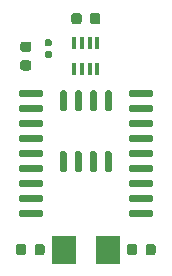
<source format=gbr>
%TF.GenerationSoftware,KiCad,Pcbnew,5.1.7+dfsg1-1~bpo10+1*%
%TF.CreationDate,Date%
%TF.ProjectId,ProMicro_BUS,50726f4d-6963-4726-9f5f-4255532e6b69,v1.4*%
%TF.SameCoordinates,Original*%
%TF.FileFunction,Paste,Top*%
%TF.FilePolarity,Positive*%
%FSLAX46Y46*%
G04 Gerber Fmt 4.6, Leading zero omitted, Abs format (unit mm)*
G04 Created by KiCad*
%MOMM*%
%LPD*%
G01*
G04 APERTURE LIST*
%ADD10R,2.000000X2.400000*%
%ADD11R,0.400000X1.060000*%
G04 APERTURE END LIST*
%TO.C,C3*%
G36*
G01*
X2796250Y-10445000D02*
X2283750Y-10445000D01*
G75*
G02*
X2065000Y-10226250I0J218750D01*
G01*
X2065000Y-9788750D01*
G75*
G02*
X2283750Y-9570000I218750J0D01*
G01*
X2796250Y-9570000D01*
G75*
G02*
X3015000Y-9788750I0J-218750D01*
G01*
X3015000Y-10226250D01*
G75*
G02*
X2796250Y-10445000I-218750J0D01*
G01*
G37*
G36*
G01*
X2796250Y-12020000D02*
X2283750Y-12020000D01*
G75*
G02*
X2065000Y-11801250I0J218750D01*
G01*
X2065000Y-11363750D01*
G75*
G02*
X2283750Y-11145000I218750J0D01*
G01*
X2796250Y-11145000D01*
G75*
G02*
X3015000Y-11363750I0J-218750D01*
G01*
X3015000Y-11801250D01*
G75*
G02*
X2796250Y-12020000I-218750J0D01*
G01*
G37*
%TD*%
%TO.C,C2*%
G36*
G01*
X4617500Y-9970000D02*
X4272500Y-9970000D01*
G75*
G02*
X4125000Y-9822500I0J147500D01*
G01*
X4125000Y-9527500D01*
G75*
G02*
X4272500Y-9380000I147500J0D01*
G01*
X4617500Y-9380000D01*
G75*
G02*
X4765000Y-9527500I0J-147500D01*
G01*
X4765000Y-9822500D01*
G75*
G02*
X4617500Y-9970000I-147500J0D01*
G01*
G37*
G36*
G01*
X4617500Y-10940000D02*
X4272500Y-10940000D01*
G75*
G02*
X4125000Y-10792500I0J147500D01*
G01*
X4125000Y-10497500D01*
G75*
G02*
X4272500Y-10350000I147500J0D01*
G01*
X4617500Y-10350000D01*
G75*
G02*
X4765000Y-10497500I0J-147500D01*
G01*
X4765000Y-10792500D01*
G75*
G02*
X4617500Y-10940000I-147500J0D01*
G01*
G37*
%TD*%
%TO.C,U1*%
G36*
G01*
X5865000Y-15445000D02*
X5565000Y-15445000D01*
G75*
G02*
X5415000Y-15295000I0J150000D01*
G01*
X5415000Y-13845000D01*
G75*
G02*
X5565000Y-13695000I150000J0D01*
G01*
X5865000Y-13695000D01*
G75*
G02*
X6015000Y-13845000I0J-150000D01*
G01*
X6015000Y-15295000D01*
G75*
G02*
X5865000Y-15445000I-150000J0D01*
G01*
G37*
G36*
G01*
X7135000Y-15445000D02*
X6835000Y-15445000D01*
G75*
G02*
X6685000Y-15295000I0J150000D01*
G01*
X6685000Y-13845000D01*
G75*
G02*
X6835000Y-13695000I150000J0D01*
G01*
X7135000Y-13695000D01*
G75*
G02*
X7285000Y-13845000I0J-150000D01*
G01*
X7285000Y-15295000D01*
G75*
G02*
X7135000Y-15445000I-150000J0D01*
G01*
G37*
G36*
G01*
X8405000Y-15445000D02*
X8105000Y-15445000D01*
G75*
G02*
X7955000Y-15295000I0J150000D01*
G01*
X7955000Y-13845000D01*
G75*
G02*
X8105000Y-13695000I150000J0D01*
G01*
X8405000Y-13695000D01*
G75*
G02*
X8555000Y-13845000I0J-150000D01*
G01*
X8555000Y-15295000D01*
G75*
G02*
X8405000Y-15445000I-150000J0D01*
G01*
G37*
G36*
G01*
X9675000Y-15445000D02*
X9375000Y-15445000D01*
G75*
G02*
X9225000Y-15295000I0J150000D01*
G01*
X9225000Y-13845000D01*
G75*
G02*
X9375000Y-13695000I150000J0D01*
G01*
X9675000Y-13695000D01*
G75*
G02*
X9825000Y-13845000I0J-150000D01*
G01*
X9825000Y-15295000D01*
G75*
G02*
X9675000Y-15445000I-150000J0D01*
G01*
G37*
G36*
G01*
X9675000Y-20595000D02*
X9375000Y-20595000D01*
G75*
G02*
X9225000Y-20445000I0J150000D01*
G01*
X9225000Y-18995000D01*
G75*
G02*
X9375000Y-18845000I150000J0D01*
G01*
X9675000Y-18845000D01*
G75*
G02*
X9825000Y-18995000I0J-150000D01*
G01*
X9825000Y-20445000D01*
G75*
G02*
X9675000Y-20595000I-150000J0D01*
G01*
G37*
G36*
G01*
X8405000Y-20595000D02*
X8105000Y-20595000D01*
G75*
G02*
X7955000Y-20445000I0J150000D01*
G01*
X7955000Y-18995000D01*
G75*
G02*
X8105000Y-18845000I150000J0D01*
G01*
X8405000Y-18845000D01*
G75*
G02*
X8555000Y-18995000I0J-150000D01*
G01*
X8555000Y-20445000D01*
G75*
G02*
X8405000Y-20595000I-150000J0D01*
G01*
G37*
G36*
G01*
X7135000Y-20595000D02*
X6835000Y-20595000D01*
G75*
G02*
X6685000Y-20445000I0J150000D01*
G01*
X6685000Y-18995000D01*
G75*
G02*
X6835000Y-18845000I150000J0D01*
G01*
X7135000Y-18845000D01*
G75*
G02*
X7285000Y-18995000I0J-150000D01*
G01*
X7285000Y-20445000D01*
G75*
G02*
X7135000Y-20595000I-150000J0D01*
G01*
G37*
G36*
G01*
X5865000Y-20595000D02*
X5565000Y-20595000D01*
G75*
G02*
X5415000Y-20445000I0J150000D01*
G01*
X5415000Y-18995000D01*
G75*
G02*
X5565000Y-18845000I150000J0D01*
G01*
X5865000Y-18845000D01*
G75*
G02*
X6015000Y-18995000I0J-150000D01*
G01*
X6015000Y-20445000D01*
G75*
G02*
X5865000Y-20595000I-150000J0D01*
G01*
G37*
%TD*%
D10*
%TO.C,Y1*%
X9470000Y-27178000D03*
X5770000Y-27178000D03*
%TD*%
%TO.C,C4*%
G36*
G01*
X2571000Y-26921750D02*
X2571000Y-27434250D01*
G75*
G02*
X2352250Y-27653000I-218750J0D01*
G01*
X1914750Y-27653000D01*
G75*
G02*
X1696000Y-27434250I0J218750D01*
G01*
X1696000Y-26921750D01*
G75*
G02*
X1914750Y-26703000I218750J0D01*
G01*
X2352250Y-26703000D01*
G75*
G02*
X2571000Y-26921750I0J-218750D01*
G01*
G37*
G36*
G01*
X4146000Y-26921750D02*
X4146000Y-27434250D01*
G75*
G02*
X3927250Y-27653000I-218750J0D01*
G01*
X3489750Y-27653000D01*
G75*
G02*
X3271000Y-27434250I0J218750D01*
G01*
X3271000Y-26921750D01*
G75*
G02*
X3489750Y-26703000I218750J0D01*
G01*
X3927250Y-26703000D01*
G75*
G02*
X4146000Y-26921750I0J-218750D01*
G01*
G37*
%TD*%
%TO.C,C1*%
G36*
G01*
X11969000Y-26921750D02*
X11969000Y-27434250D01*
G75*
G02*
X11750250Y-27653000I-218750J0D01*
G01*
X11312750Y-27653000D01*
G75*
G02*
X11094000Y-27434250I0J218750D01*
G01*
X11094000Y-26921750D01*
G75*
G02*
X11312750Y-26703000I218750J0D01*
G01*
X11750250Y-26703000D01*
G75*
G02*
X11969000Y-26921750I0J-218750D01*
G01*
G37*
G36*
G01*
X13544000Y-26921750D02*
X13544000Y-27434250D01*
G75*
G02*
X13325250Y-27653000I-218750J0D01*
G01*
X12887750Y-27653000D01*
G75*
G02*
X12669000Y-27434250I0J218750D01*
G01*
X12669000Y-26921750D01*
G75*
G02*
X12887750Y-26703000I218750J0D01*
G01*
X13325250Y-26703000D01*
G75*
G02*
X13544000Y-26921750I0J-218750D01*
G01*
G37*
%TD*%
D11*
%TO.C,U2*%
X6640000Y-9695000D03*
X7290000Y-9695000D03*
X7950000Y-9695000D03*
X8600000Y-9695000D03*
X8600000Y-11895000D03*
X7950000Y-11895000D03*
X7290000Y-11895000D03*
X6640000Y-11895000D03*
%TD*%
%TO.C,U3*%
G36*
G01*
X11245000Y-14120000D02*
X11245000Y-13820000D01*
G75*
G02*
X11395000Y-13670000I150000J0D01*
G01*
X13145000Y-13670000D01*
G75*
G02*
X13295000Y-13820000I0J-150000D01*
G01*
X13295000Y-14120000D01*
G75*
G02*
X13145000Y-14270000I-150000J0D01*
G01*
X11395000Y-14270000D01*
G75*
G02*
X11245000Y-14120000I0J150000D01*
G01*
G37*
G36*
G01*
X11245000Y-15390000D02*
X11245000Y-15090000D01*
G75*
G02*
X11395000Y-14940000I150000J0D01*
G01*
X13145000Y-14940000D01*
G75*
G02*
X13295000Y-15090000I0J-150000D01*
G01*
X13295000Y-15390000D01*
G75*
G02*
X13145000Y-15540000I-150000J0D01*
G01*
X11395000Y-15540000D01*
G75*
G02*
X11245000Y-15390000I0J150000D01*
G01*
G37*
G36*
G01*
X11245000Y-16660000D02*
X11245000Y-16360000D01*
G75*
G02*
X11395000Y-16210000I150000J0D01*
G01*
X13145000Y-16210000D01*
G75*
G02*
X13295000Y-16360000I0J-150000D01*
G01*
X13295000Y-16660000D01*
G75*
G02*
X13145000Y-16810000I-150000J0D01*
G01*
X11395000Y-16810000D01*
G75*
G02*
X11245000Y-16660000I0J150000D01*
G01*
G37*
G36*
G01*
X11245000Y-17930000D02*
X11245000Y-17630000D01*
G75*
G02*
X11395000Y-17480000I150000J0D01*
G01*
X13145000Y-17480000D01*
G75*
G02*
X13295000Y-17630000I0J-150000D01*
G01*
X13295000Y-17930000D01*
G75*
G02*
X13145000Y-18080000I-150000J0D01*
G01*
X11395000Y-18080000D01*
G75*
G02*
X11245000Y-17930000I0J150000D01*
G01*
G37*
G36*
G01*
X11245000Y-19200000D02*
X11245000Y-18900000D01*
G75*
G02*
X11395000Y-18750000I150000J0D01*
G01*
X13145000Y-18750000D01*
G75*
G02*
X13295000Y-18900000I0J-150000D01*
G01*
X13295000Y-19200000D01*
G75*
G02*
X13145000Y-19350000I-150000J0D01*
G01*
X11395000Y-19350000D01*
G75*
G02*
X11245000Y-19200000I0J150000D01*
G01*
G37*
G36*
G01*
X11245000Y-20470000D02*
X11245000Y-20170000D01*
G75*
G02*
X11395000Y-20020000I150000J0D01*
G01*
X13145000Y-20020000D01*
G75*
G02*
X13295000Y-20170000I0J-150000D01*
G01*
X13295000Y-20470000D01*
G75*
G02*
X13145000Y-20620000I-150000J0D01*
G01*
X11395000Y-20620000D01*
G75*
G02*
X11245000Y-20470000I0J150000D01*
G01*
G37*
G36*
G01*
X11245000Y-21740000D02*
X11245000Y-21440000D01*
G75*
G02*
X11395000Y-21290000I150000J0D01*
G01*
X13145000Y-21290000D01*
G75*
G02*
X13295000Y-21440000I0J-150000D01*
G01*
X13295000Y-21740000D01*
G75*
G02*
X13145000Y-21890000I-150000J0D01*
G01*
X11395000Y-21890000D01*
G75*
G02*
X11245000Y-21740000I0J150000D01*
G01*
G37*
G36*
G01*
X11245000Y-23010000D02*
X11245000Y-22710000D01*
G75*
G02*
X11395000Y-22560000I150000J0D01*
G01*
X13145000Y-22560000D01*
G75*
G02*
X13295000Y-22710000I0J-150000D01*
G01*
X13295000Y-23010000D01*
G75*
G02*
X13145000Y-23160000I-150000J0D01*
G01*
X11395000Y-23160000D01*
G75*
G02*
X11245000Y-23010000I0J150000D01*
G01*
G37*
G36*
G01*
X11245000Y-24280000D02*
X11245000Y-23980000D01*
G75*
G02*
X11395000Y-23830000I150000J0D01*
G01*
X13145000Y-23830000D01*
G75*
G02*
X13295000Y-23980000I0J-150000D01*
G01*
X13295000Y-24280000D01*
G75*
G02*
X13145000Y-24430000I-150000J0D01*
G01*
X11395000Y-24430000D01*
G75*
G02*
X11245000Y-24280000I0J150000D01*
G01*
G37*
G36*
G01*
X1945000Y-24280000D02*
X1945000Y-23980000D01*
G75*
G02*
X2095000Y-23830000I150000J0D01*
G01*
X3845000Y-23830000D01*
G75*
G02*
X3995000Y-23980000I0J-150000D01*
G01*
X3995000Y-24280000D01*
G75*
G02*
X3845000Y-24430000I-150000J0D01*
G01*
X2095000Y-24430000D01*
G75*
G02*
X1945000Y-24280000I0J150000D01*
G01*
G37*
G36*
G01*
X1945000Y-23010000D02*
X1945000Y-22710000D01*
G75*
G02*
X2095000Y-22560000I150000J0D01*
G01*
X3845000Y-22560000D01*
G75*
G02*
X3995000Y-22710000I0J-150000D01*
G01*
X3995000Y-23010000D01*
G75*
G02*
X3845000Y-23160000I-150000J0D01*
G01*
X2095000Y-23160000D01*
G75*
G02*
X1945000Y-23010000I0J150000D01*
G01*
G37*
G36*
G01*
X1945000Y-21740000D02*
X1945000Y-21440000D01*
G75*
G02*
X2095000Y-21290000I150000J0D01*
G01*
X3845000Y-21290000D01*
G75*
G02*
X3995000Y-21440000I0J-150000D01*
G01*
X3995000Y-21740000D01*
G75*
G02*
X3845000Y-21890000I-150000J0D01*
G01*
X2095000Y-21890000D01*
G75*
G02*
X1945000Y-21740000I0J150000D01*
G01*
G37*
G36*
G01*
X1945000Y-20470000D02*
X1945000Y-20170000D01*
G75*
G02*
X2095000Y-20020000I150000J0D01*
G01*
X3845000Y-20020000D01*
G75*
G02*
X3995000Y-20170000I0J-150000D01*
G01*
X3995000Y-20470000D01*
G75*
G02*
X3845000Y-20620000I-150000J0D01*
G01*
X2095000Y-20620000D01*
G75*
G02*
X1945000Y-20470000I0J150000D01*
G01*
G37*
G36*
G01*
X1945000Y-19200000D02*
X1945000Y-18900000D01*
G75*
G02*
X2095000Y-18750000I150000J0D01*
G01*
X3845000Y-18750000D01*
G75*
G02*
X3995000Y-18900000I0J-150000D01*
G01*
X3995000Y-19200000D01*
G75*
G02*
X3845000Y-19350000I-150000J0D01*
G01*
X2095000Y-19350000D01*
G75*
G02*
X1945000Y-19200000I0J150000D01*
G01*
G37*
G36*
G01*
X1945000Y-17930000D02*
X1945000Y-17630000D01*
G75*
G02*
X2095000Y-17480000I150000J0D01*
G01*
X3845000Y-17480000D01*
G75*
G02*
X3995000Y-17630000I0J-150000D01*
G01*
X3995000Y-17930000D01*
G75*
G02*
X3845000Y-18080000I-150000J0D01*
G01*
X2095000Y-18080000D01*
G75*
G02*
X1945000Y-17930000I0J150000D01*
G01*
G37*
G36*
G01*
X1945000Y-16660000D02*
X1945000Y-16360000D01*
G75*
G02*
X2095000Y-16210000I150000J0D01*
G01*
X3845000Y-16210000D01*
G75*
G02*
X3995000Y-16360000I0J-150000D01*
G01*
X3995000Y-16660000D01*
G75*
G02*
X3845000Y-16810000I-150000J0D01*
G01*
X2095000Y-16810000D01*
G75*
G02*
X1945000Y-16660000I0J150000D01*
G01*
G37*
G36*
G01*
X1945000Y-15390000D02*
X1945000Y-15090000D01*
G75*
G02*
X2095000Y-14940000I150000J0D01*
G01*
X3845000Y-14940000D01*
G75*
G02*
X3995000Y-15090000I0J-150000D01*
G01*
X3995000Y-15390000D01*
G75*
G02*
X3845000Y-15540000I-150000J0D01*
G01*
X2095000Y-15540000D01*
G75*
G02*
X1945000Y-15390000I0J150000D01*
G01*
G37*
G36*
G01*
X1945000Y-14120000D02*
X1945000Y-13820000D01*
G75*
G02*
X2095000Y-13670000I150000J0D01*
G01*
X3845000Y-13670000D01*
G75*
G02*
X3995000Y-13820000I0J-150000D01*
G01*
X3995000Y-14120000D01*
G75*
G02*
X3845000Y-14270000I-150000J0D01*
G01*
X2095000Y-14270000D01*
G75*
G02*
X1945000Y-14120000I0J150000D01*
G01*
G37*
%TD*%
%TO.C,R1*%
G36*
G01*
X7970000Y-7876250D02*
X7970000Y-7363750D01*
G75*
G02*
X8188750Y-7145000I218750J0D01*
G01*
X8626250Y-7145000D01*
G75*
G02*
X8845000Y-7363750I0J-218750D01*
G01*
X8845000Y-7876250D01*
G75*
G02*
X8626250Y-8095000I-218750J0D01*
G01*
X8188750Y-8095000D01*
G75*
G02*
X7970000Y-7876250I0J218750D01*
G01*
G37*
G36*
G01*
X6395000Y-7876250D02*
X6395000Y-7363750D01*
G75*
G02*
X6613750Y-7145000I218750J0D01*
G01*
X7051250Y-7145000D01*
G75*
G02*
X7270000Y-7363750I0J-218750D01*
G01*
X7270000Y-7876250D01*
G75*
G02*
X7051250Y-8095000I-218750J0D01*
G01*
X6613750Y-8095000D01*
G75*
G02*
X6395000Y-7876250I0J218750D01*
G01*
G37*
%TD*%
M02*

</source>
